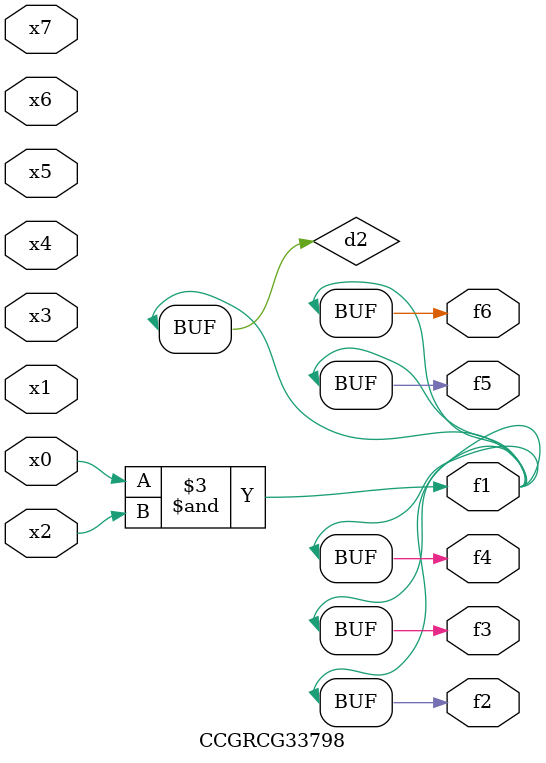
<source format=v>
module CCGRCG33798(
	input x0, x1, x2, x3, x4, x5, x6, x7,
	output f1, f2, f3, f4, f5, f6
);

	wire d1, d2;

	nor (d1, x3, x6);
	and (d2, x0, x2);
	assign f1 = d2;
	assign f2 = d2;
	assign f3 = d2;
	assign f4 = d2;
	assign f5 = d2;
	assign f6 = d2;
endmodule

</source>
